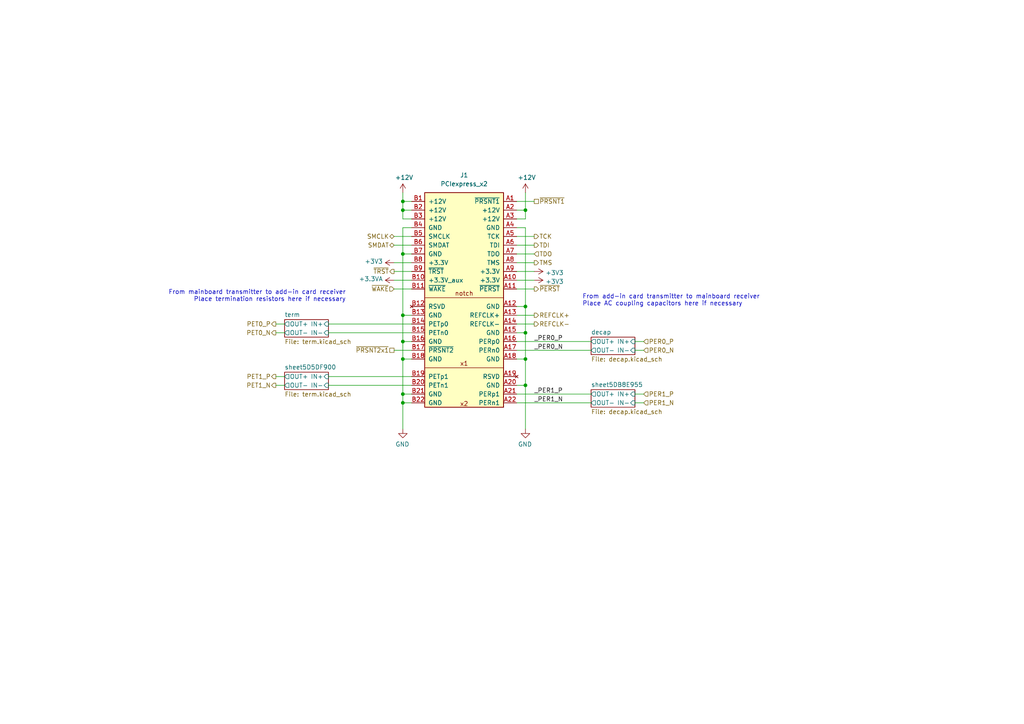
<source format=kicad_sch>
(kicad_sch (version 20250114) (generator "eeschema") (generator_version "9.0")
  (paper "A4")
  (lib_symbols
    (symbol "PCIexpress:PCIexpress_x2" (pin_names (offset 1.016))
      (property "Reference" "J" (at 0 3.81 0))
      (property "Value" "PCIexpress_x2" (at 0 1.27 0))
      (symbol "PCIexpress_x2_0_0"
        (text "notch" (at 0 -29.21 0) (effects (font (size 1.27 1.27))))
        (text "x1" (at 0 -49.53 0) (effects (font (size 1.27 1.27))))
      )
      (symbol "PCIexpress_x2_0_1"
        (polyline (pts (xy 11.43 -30.48) (xy -11.43 -30.48)))
        (polyline (pts (xy 11.43 -50.8) (xy -11.43 -50.8)))
      )
      (symbol "PCIexpress_x2_1_1"
        (rectangle (start -11.43 0) (end 11.43 -62.23) (stroke (width 0.254)) (fill (type background)))
        (text "x2\n" (at 0 -61.214 0) (effects (font (size 1.27 1.27))))
        (pin power_out line (at -15.24 -2.54 0) (length 3.81) (name "+12V") (number "B1"))
        (pin power_out line (at -15.24 -5.08 0) (length 3.81) (name "+12V") (number "B2"))
        (pin power_out line (at -15.24 -7.62 0) (length 3.81) (name "+12V") (number "B3"))
        (pin power_out line (at -15.24 -10.16 0) (length 3.81) (name "GND") (number "B4"))
        (pin open_collector line (at -15.24 -12.7 0) (length 3.81) (name "SMCLK") (number "B5"))
        (pin open_collector line (at -15.24 -15.24 0) (length 3.81) (name "SMDAT") (number "B6"))
        (pin power_out line (at -15.24 -17.78 0) (length 3.81) (name "GND") (number "B7"))
        (pin power_out line (at -15.24 -20.32 0) (length 3.81) (name "+3.3V") (number "B8"))
        (pin output line (at -15.24 -22.86 0) (length 3.81) (name "~{TRST}") (number "B9"))
        (pin power_out line (at -15.24 -25.4 0) (length 3.81) (name "+3.3V_aux") (number "B10"))
        (pin open_collector line (at -15.24 -27.94 0) (length 3.81) (name "~{WAKE}") (number "B11"))
        (pin no_connect line (at -15.24 -33.02 0) (length 3.81) (name "RSVD") (number "B12"))
        (pin power_out line (at -15.24 -35.56 0) (length 3.81) (name "GND") (number "B13"))
        (pin output line (at -15.24 -38.1 0) (length 3.81) (name "PETp0") (number "B14"))
        (pin output line (at -15.24 -40.64 0) (length 3.81) (name "PETn0") (number "B15"))
        (pin power_out line (at -15.24 -43.18 0) (length 3.81) (name "GND") (number "B16"))
        (pin passive line (at -15.24 -45.72 0) (length 3.81) (name "~{PRSNT2}") (number "B17"))
        (pin power_out line (at -15.24 -48.26 0) (length 3.81) (name "GND") (number "B18"))
        (pin output line (at -15.24 -53.34 0) (length 3.81) (name "PETp1") (number "B19"))
        (pin output line (at -15.24 -55.88 0) (length 3.81) (name "PETn1") (number "B20"))
        (pin power_out line (at -15.24 -58.42 0) (length 3.81) (name "GND") (number "B21"))
        (pin power_out line (at -15.24 -60.96 0) (length 3.81) (name "GND") (number "B22"))
        (pin passive line (at 15.24 -2.54 180) (length 3.81) (name "~{PRSNT1}") (number "A1"))
        (pin power_out line (at 15.24 -5.08 180) (length 3.81) (name "+12V") (number "A2"))
        (pin power_out line (at 15.24 -7.62 180) (length 3.81) (name "+12V") (number "A3"))
        (pin power_out line (at 15.24 -10.16 180) (length 3.81) (name "GND") (number "A4"))
        (pin output line (at 15.24 -12.7 180) (length 3.81) (name "TCK") (number "A5"))
        (pin output line (at 15.24 -15.24 180) (length 3.81) (name "TDI") (number "A6"))
        (pin input line (at 15.24 -17.78 180) (length 3.81) (name "TDO") (number "A7"))
        (pin output line (at 15.24 -20.32 180) (length 3.81) (name "TMS") (number "A8"))
        (pin power_out line (at 15.24 -22.86 180) (length 3.81) (name "+3.3V") (number "A9"))
        (pin power_out line (at 15.24 -25.4 180) (length 3.81) (name "+3.3V") (number "A10"))
        (pin output line (at 15.24 -27.94 180) (length 3.81) (name "~{PERST}") (number "A11"))
        (pin power_out line (at 15.24 -33.02 180) (length 3.81) (name "GND") (number "A12"))
        (pin output line (at 15.24 -35.56 180) (length 3.81) (name "REFCLK+") (number "A13"))
        (pin output line (at 15.24 -38.1 180) (length 3.81) (name "REFCLK-") (number "A14"))
        (pin power_out line (at 15.24 -40.64 180) (length 3.81) (name "GND") (number "A15"))
        (pin input line (at 15.24 -43.18 180) (length 3.81) (name "PERp0") (number "A16"))
        (pin input line (at 15.24 -45.72 180) (length 3.81) (name "PERn0") (number "A17"))
        (pin power_out line (at 15.24 -48.26 180) (length 3.81) (name "GND") (number "A18"))
        (pin no_connect line (at 15.24 -53.34 180) (length 3.81) (name "RSVD") (number "A19"))
        (pin power_out line (at 15.24 -55.88 180) (length 3.81) (name "GND") (number "A20"))
        (pin input line (at 15.24 -58.42 180) (length 3.81) (name "PERp1") (number "A21"))
        (pin input line (at 15.24 -60.96 180) (length 3.81) (name "PERn1") (number "A22"))
      )
    )
    (symbol "PCIexpress_x4_full-rescue:+3.3V-power" (power) (pin_names (offset 0))
      (property "Value" "+3.3V-power" (at 0 3.556 0))
      (symbol "+3.3V-power_0_1"
        (polyline (pts (xy -0.762 1.27) (xy 0 2.54)))
        (polyline (pts (xy 0 2.54) (xy 0.762 1.27)))
        (polyline (pts (xy 0 0) (xy 0 2.54)))
      )
      (symbol "+3.3V-power_1_1"
        (pin power_in line (at 0 0 90) (length 0) (hide yes) (name "+3V3") (number "1"))
      )
    )
    (symbol "power:+12V" (power) (pin_names (offset 0))
      (property "Value" "+12V" (at 0 3.556 0))
      (symbol "+12V_0_1"
        (polyline (pts (xy -0.762 1.27) (xy 0 2.54)))
        (polyline (pts (xy 0 2.54) (xy 0.762 1.27)))
        (polyline (pts (xy 0 0) (xy 0 2.54)))
      )
      (symbol "+12V_1_1"
        (pin power_in line (at 0 0 90) (length 0) (hide yes) (name "+12V") (number "1"))
      )
    )
    (symbol "power:+3.3VA" (power) (pin_names (offset 0))
      (property "Value" "+3.3VA" (at 0 3.556 0))
      (symbol "+3.3VA_0_1"
        (polyline (pts (xy -0.762 1.27) (xy 0 2.54)))
        (polyline (pts (xy 0 2.54) (xy 0.762 1.27)))
        (polyline (pts (xy 0 0) (xy 0 2.54)))
      )
      (symbol "+3.3VA_1_1"
        (pin power_in line (at 0 0 90) (length 0) (hide yes) (name "+3.3VA") (number "1"))
      )
    )
    (symbol "power:GND" (power) (pin_names (offset 0))
      (property "Value" "GND" (at 0 -3.81 0))
      (symbol "GND_0_1"
        (polyline (pts (xy 0 0) (xy 0 -1.27) (xy 1.27 -1.27) (xy 0 -2.54) (xy -1.27 -1.27) (xy 0 -1.27)))
      )
      (symbol "GND_1_1"
        (pin power_in line (at 0 0 270) (length 0) (hide yes) (name "GND") (number "1"))
      )
    )
  )
  (text "From mainboard transmitter to add-in card receiver\nPlace termination resistors here if necessary" (at 100.33 87.63 0) (effects (font (size 1.27 1.27)) (justify right bottom)))
  (text "From add-in card transmitter to mainboard receiver\nPlace AC coupling capacitors here if necessary" (at 168.91 88.9 0) (effects (font (size 1.27 1.27)) (justify left bottom)))
  (junction (at 152.4 111.76))
  (junction (at 116.84 114.3))
  (junction (at 116.84 99.06))
  (junction (at 116.84 73.66))
  (junction (at 152.4 96.52))
  (junction (at 116.84 91.44))
  (junction (at 116.84 104.14))
  (junction (at 152.4 88.9))
  (junction (at 116.84 116.84))
  (junction (at 152.4 104.14))
  (junction (at 116.84 58.42))
  (junction (at 116.84 60.96))
  (junction (at 152.4 60.96))
  (wire (pts (xy 119.38 101.6) (xy 114.3 101.6)))
  (wire (pts (xy 114.3 78.74) (xy 119.38 78.74)))
  (wire (pts (xy 80.01 93.98) (xy 82.55 93.98)))
  (wire (pts (xy 114.3 68.58) (xy 119.38 68.58)))
  (wire (pts (xy 80.01 109.22) (xy 82.55 109.22)))
  (wire (pts (xy 149.86 71.12) (xy 154.94 71.12)))
  (wire (pts (xy 114.3 83.82) (xy 119.38 83.82)))
  (wire (pts (xy 116.84 60.96) (xy 116.84 58.42)))
  (wire (pts (xy 149.86 111.76) (xy 152.4 111.76)))
  (wire (pts (xy 149.86 93.98) (xy 154.94 93.98)))
  (wire (pts (xy 149.86 63.5) (xy 152.4 63.5)))
  (wire (pts (xy 152.4 55.88) (xy 152.4 60.96)))
  (wire (pts (xy 149.86 68.58) (xy 154.94 68.58)))
  (wire (pts (xy 149.86 76.2) (xy 154.94 76.2)))
  (wire (pts (xy 149.86 91.44) (xy 154.94 91.44)))
  (wire (pts (xy 149.86 81.28) (xy 154.94 81.28)))
  (wire (pts (xy 95.25 93.98) (xy 119.38 93.98)))
  (wire (pts (xy 116.84 104.14) (xy 116.84 99.06)))
  (wire (pts (xy 152.4 96.52) (xy 152.4 104.14)))
  (wire (pts (xy 149.86 96.52) (xy 152.4 96.52)))
  (wire (pts (xy 116.84 60.96) (xy 119.38 60.96)))
  (wire (pts (xy 80.01 111.76) (xy 82.55 111.76)))
  (wire (pts (xy 95.25 111.76) (xy 119.38 111.76)))
  (wire (pts (xy 119.38 63.5) (xy 116.84 63.5)))
  (wire (pts (xy 152.4 111.76) (xy 152.4 124.46)))
  (wire (pts (xy 80.01 96.52) (xy 82.55 96.52)))
  (wire (pts (xy 184.15 116.84) (xy 186.69 116.84)))
  (wire (pts (xy 184.15 114.3) (xy 186.69 114.3)))
  (wire (pts (xy 149.86 114.3) (xy 171.45 114.3)))
  (wire (pts (xy 116.84 63.5) (xy 116.84 60.96)))
  (wire (pts (xy 95.25 109.22) (xy 119.38 109.22)))
  (wire (pts (xy 149.86 78.74) (xy 154.94 78.74)))
  (wire (pts (xy 119.38 116.84) (xy 116.84 116.84)))
  (wire (pts (xy 116.84 99.06) (xy 116.84 91.44)))
  (wire (pts (xy 119.38 99.06) (xy 116.84 99.06)))
  (wire (pts (xy 184.15 101.6) (xy 186.69 101.6)))
  (wire (pts (xy 114.3 81.28) (xy 119.38 81.28)))
  (wire (pts (xy 149.86 73.66) (xy 154.94 73.66)))
  (wire (pts (xy 114.3 71.12) (xy 119.38 71.12)))
  (wire (pts (xy 184.15 99.06) (xy 186.69 99.06)))
  (wire (pts (xy 152.4 88.9) (xy 152.4 96.52)))
  (wire (pts (xy 116.84 73.66) (xy 116.84 66.04)))
  (wire (pts (xy 116.84 114.3) (xy 116.84 104.14)))
  (wire (pts (xy 95.25 96.52) (xy 119.38 96.52)))
  (wire (pts (xy 149.86 101.6) (xy 171.45 101.6)))
  (wire (pts (xy 149.86 58.42) (xy 154.94 58.42)))
  (wire (pts (xy 149.86 83.82) (xy 154.94 83.82)))
  (wire (pts (xy 149.86 116.84) (xy 171.45 116.84)))
  (wire (pts (xy 152.4 104.14) (xy 152.4 111.76)))
  (wire (pts (xy 119.38 91.44) (xy 116.84 91.44)))
  (wire (pts (xy 116.84 58.42) (xy 116.84 55.88)))
  (wire (pts (xy 116.84 116.84) (xy 116.84 124.46)))
  (wire (pts (xy 149.86 88.9) (xy 152.4 88.9)))
  (wire (pts (xy 116.84 66.04) (xy 119.38 66.04)))
  (wire (pts (xy 152.4 60.96) (xy 149.86 60.96)))
  (wire (pts (xy 152.4 63.5) (xy 152.4 60.96)))
  (wire (pts (xy 114.3 76.2) (xy 119.38 76.2)))
  (wire (pts (xy 119.38 58.42) (xy 116.84 58.42)))
  (wire (pts (xy 119.38 114.3) (xy 116.84 114.3)))
  (wire (pts (xy 149.86 99.06) (xy 171.45 99.06)))
  (wire (pts (xy 119.38 73.66) (xy 116.84 73.66)))
  (wire (pts (xy 149.86 104.14) (xy 152.4 104.14)))
  (wire (pts (xy 116.84 91.44) (xy 116.84 73.66)))
  (wire (pts (xy 152.4 66.04) (xy 152.4 88.9)))
  (wire (pts (xy 119.38 104.14) (xy 116.84 104.14)))
  (wire (pts (xy 116.84 116.84) (xy 116.84 114.3)))
  (wire (pts (xy 152.4 66.04) (xy 149.86 66.04)))
  (label "_PER1_P" (at 154.94 114.3 0))
  (label "_PER1_N" (at 154.94 116.84 0))
  (label "_PER0_P" (at 154.94 99.06 0))
  (label "_PER0_N" (at 154.94 101.6 0))
  (hierarchical_label "REFCLK+" (shape output) (at 154.94 91.44 0))
  (hierarchical_label "~{PRSNT2x1}" (shape passive) (at 114.3 101.6 180))
  (hierarchical_label "PER1_P" (shape input) (at 186.69 114.3 0))
  (hierarchical_label "REFCLK-" (shape output) (at 154.94 93.98 0))
  (hierarchical_label "~{PRSNT1}" (shape passive) (at 154.94 58.42 0))
  (hierarchical_label "PET1_P" (shape output) (at 80.01 109.22 180))
  (hierarchical_label "TMS" (shape output) (at 154.94 76.2 0))
  (hierarchical_label "TDI" (shape output) (at 154.94 71.12 0))
  (hierarchical_label "SMCLK" (shape bidirectional) (at 114.3 68.58 180))
  (hierarchical_label "TCK" (shape output) (at 154.94 68.58 0))
  (hierarchical_label "~{TRST}" (shape output) (at 114.3 78.74 180))
  (hierarchical_label "PER0_N" (shape input) (at 186.69 101.6 0))
  (hierarchical_label "TDO" (shape input) (at 154.94 73.66 0))
  (hierarchical_label "PET0_N" (shape output) (at 80.01 96.52 180))
  (hierarchical_label "~{WAKE}" (shape input) (at 114.3 83.82 180))
  (hierarchical_label "PER0_P" (shape input) (at 186.69 99.06 0))
  (hierarchical_label "~{PERST}" (shape output) (at 154.94 83.82 0))
  (hierarchical_label "PER1_N" (shape input) (at 186.69 116.84 0))
  (hierarchical_label "SMDAT" (shape bidirectional) (at 114.3 71.12 180))
  (hierarchical_label "PET1_N" (shape output) (at 80.01 111.76 180))
  (hierarchical_label "PET0_P" (shape output) (at 80.01 93.98 180))
  (symbol (lib_id "power:GND") (at 116.84 124.46 0) (mirror y) (unit 1)
    (property "Reference" "#PWR0101" (effects (hide yes)))
    (property "Value" "GND" (at 116.713 128.8542 0))
  )
  (symbol (lib_id "power:GND") (at 152.4 124.46 0) (mirror y) (unit 1)
    (property "Reference" "#PWR0102" (effects (hide yes)))
    (property "Value" "GND" (at 152.273 128.8542 0))
  )
  (symbol (lib_id "PCIexpress_x4_full-rescue:+3.3V-power") (at 114.3 76.2 90) (unit 1)
    (property "Reference" "#PWR0103" (effects (hide yes)))
    (property "Value" "+3V3" (at 111.0488 75.819 90) (effects (justify left)))
  )
  (symbol (lib_id "PCIexpress_x4_full-rescue:+3.3V-power") (at 154.94 78.74 270) (unit 1)
    (property "Reference" "#PWR0104" (effects (hide yes)))
    (property "Value" "+3V3" (at 158.1912 79.121 90) (effects (justify left)))
  )
  (symbol (lib_id "PCIexpress_x4_full-rescue:+3.3V-power") (at 154.94 81.28 270) (unit 1)
    (property "Reference" "#PWR0105" (effects (hide yes)))
    (property "Value" "+3V3" (at 158.1912 81.661 90) (effects (justify left)))
  )
  (symbol (lib_id "power:+3.3VA") (at 114.3 81.28 90) (unit 1)
    (property "Reference" "#PWR0106" (effects (hide yes)))
    (property "Value" "+3.3VA" (at 111.0742 80.899 90) (effects (justify left)))
  )
  (symbol (lib_id "power:+12V") (at 116.84 55.88 0) (unit 1)
    (property "Reference" "#PWR0107" (effects (hide yes)))
    (property "Value" "+12V" (at 117.221 51.4858 0))
  )
  (symbol (lib_id "power:+12V") (at 152.4 55.88 0) (unit 1)
    (property "Reference" "#PWR0108" (effects (hide yes)))
    (property "Value" "+12V" (at 152.781 51.4858 0))
  )
  (symbol (lib_id "PCIexpress:PCIexpress_x2") (at 134.62 55.88 0) (unit 1)
    (property "Reference" "J1" (at 134.62 50.8 0))
    (property "Value" "PCIexpress_x2" (at 134.62 53.34 0))
    (property "Footprint" "PCIexpress:PCIexpress_x2" (effects (hide yes)))
  )
  (sheet (at 171.45 113.03) (size 12.7 5.08)
    (property "Sheetname" "sheet5DB8E955" (at 171.45 112.3184 0) (effects (justify left bottom)))
    (property "Sheetfile" "decap.kicad_sch" (at 171.45 118.6946 0) (effects (justify left top)))
    (pin "IN+" input (at 184.15 114.3 0))
    (pin "OUT+" output (at 171.45 114.3 180))
    (pin "OUT-" output (at 171.45 116.84 180))
    (pin "IN-" input (at 184.15 116.84 0))
  )
  (sheet (at 82.55 107.95) (size 12.7 5.08)
    (property "Sheetname" "sheet5D5DF900" (at 82.55 107.2384 0) (effects (justify left bottom)))
    (property "Sheetfile" "term.kicad_sch" (at 82.55 113.6146 0) (effects (justify left top)))
    (pin "IN+" input (at 95.25 109.22 0))
    (pin "IN-" input (at 95.25 111.76 0))
    (pin "OUT+" output (at 82.55 109.22 180))
    (pin "OUT-" output (at 82.55 111.76 180))
  )
  (sheet (at 82.55 92.71) (size 12.7 5.08)
    (property "Sheetname" "term" (at 82.55 91.9984 0) (effects (justify left bottom)))
    (property "Sheetfile" "term.kicad_sch" (at 82.55 98.3746 0) (effects (justify left top)))
    (pin "IN+" input (at 95.25 93.98 0))
    (pin "IN-" input (at 95.25 96.52 0))
    (pin "OUT+" output (at 82.55 93.98 180))
    (pin "OUT-" output (at 82.55 96.52 180))
  )
  (sheet (at 171.45 97.79) (size 12.7 5.08)
    (property "Sheetname" "decap" (at 171.45 97.0784 0) (effects (justify left bottom)))
    (property "Sheetfile" "decap.kicad_sch" (at 171.45 103.4546 0) (effects (justify left top)))
    (pin "IN+" input (at 184.15 99.06 0))
    (pin "OUT+" output (at 171.45 99.06 180))
    (pin "OUT-" output (at 171.45 101.6 180))
    (pin "IN-" input (at 184.15 101.6 0))
  )
)
</source>
